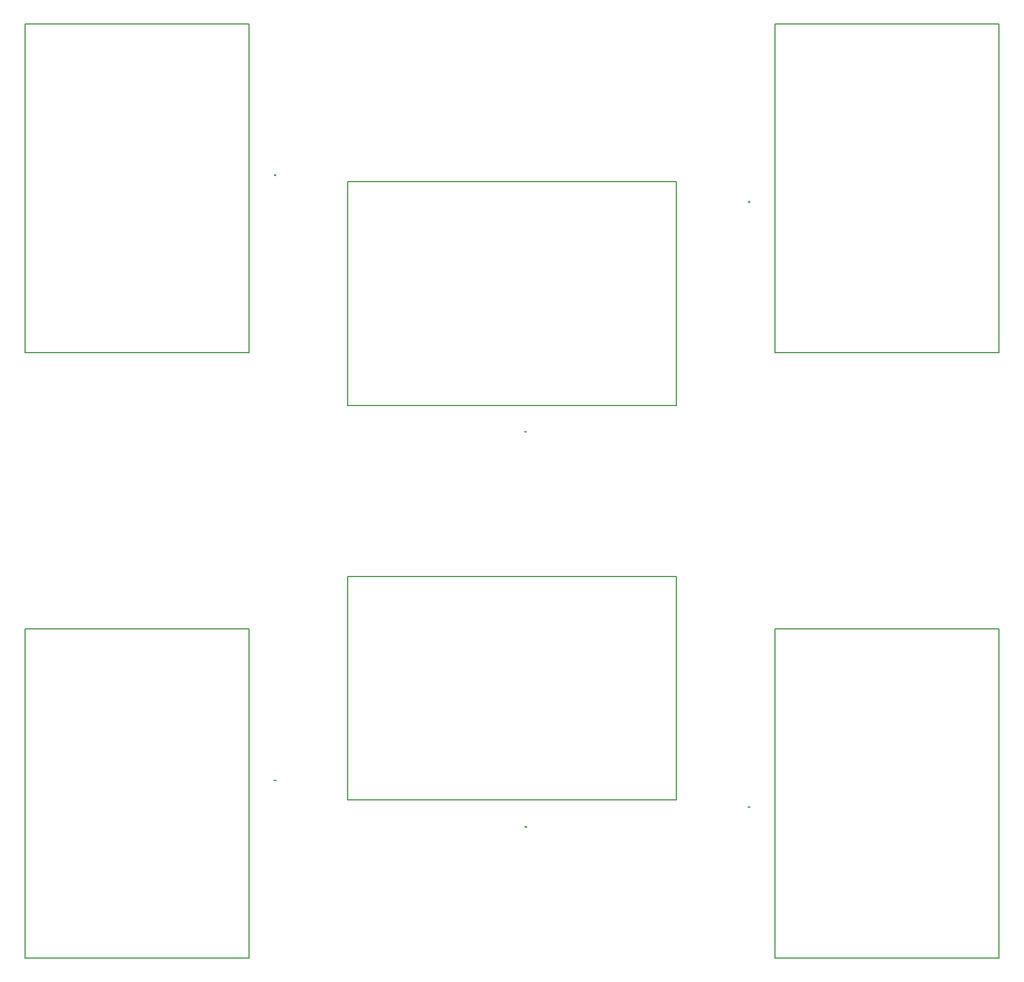
<source format=gbo>
G04*
G04 #@! TF.GenerationSoftware,Altium Limited,CircuitStudio,1.5.2 (30)*
G04*
G04 Layer_Color=13948096*
%FSLAX25Y25*%
%MOIN*%
G70*
G01*
G75*
%ADD42C,0.00787*%
%ADD43C,0.00079*%
D42*
X925197Y488189D02*
X1059055D01*
X925197Y685039D02*
X1059055D01*
X925197Y488189D02*
Y685039D01*
X1059055Y488189D02*
Y685039D01*
X476378Y488189D02*
Y685039D01*
X610236Y488189D02*
Y685039D01*
X476378Y488189D02*
X610236D01*
X476378Y685039D02*
X610236D01*
X669291Y716535D02*
X866142D01*
X669291Y582677D02*
X866142D01*
X669291D02*
Y716535D01*
X866142Y582677D02*
Y716535D01*
X1059055Y850394D02*
Y1047244D01*
X925197Y850394D02*
Y1047244D01*
X1059055D01*
X925197Y850394D02*
X1059055D01*
X669291Y952756D02*
X866142D01*
X669291Y818898D02*
X866142D01*
X669291D02*
Y952756D01*
X866142Y818898D02*
Y952756D01*
X476378Y1047244D02*
X610236D01*
X476378Y850394D02*
X610236D01*
Y1047244D01*
X476378Y850394D02*
Y1047244D01*
D43*
X909806Y578890D02*
X910003D01*
X909905D01*
Y578398D01*
X910003Y578300D01*
X910102D01*
X910200Y578398D01*
X909610Y578300D02*
X909413D01*
X909511D01*
Y578890D01*
X909610Y578792D01*
X909118D02*
X909019Y578890D01*
X908823D01*
X908724Y578792D01*
Y578694D01*
X908823Y578595D01*
X908724Y578497D01*
Y578398D01*
X908823Y578300D01*
X909019D01*
X909118Y578398D01*
Y578497D01*
X909019Y578595D01*
X909118Y578694D01*
Y578792D01*
X909019Y578595D02*
X908823D01*
X626306Y594890D02*
X626503D01*
X626405D01*
Y594398D01*
X626503Y594300D01*
X626602D01*
X626700Y594398D01*
X626110Y594300D02*
X625913D01*
X626011D01*
Y594890D01*
X626110Y594792D01*
X625224Y594300D02*
X625618D01*
X625224Y594694D01*
Y594792D01*
X625322Y594890D01*
X625519D01*
X625618Y594792D01*
X776106Y567190D02*
X776303D01*
X776205D01*
Y566698D01*
X776303Y566600D01*
X776402D01*
X776500Y566698D01*
X775910Y566600D02*
X775713D01*
X775811D01*
Y567190D01*
X775910Y567092D01*
X775418Y567190D02*
X775024D01*
Y567092D01*
X775418Y566698D01*
Y566600D01*
X909706Y941090D02*
X909903D01*
X909805D01*
Y940598D01*
X909903Y940500D01*
X910002D01*
X910100Y940598D01*
X909510Y940500D02*
X909313D01*
X909411D01*
Y941090D01*
X909510Y940992D01*
X909018Y940500D02*
X908821D01*
X908919D01*
Y941090D01*
X909018Y940992D01*
X775806Y803490D02*
X776003D01*
X775905D01*
Y802998D01*
X776003Y802900D01*
X776102D01*
X776200Y802998D01*
X775216Y803490D02*
X775413Y803392D01*
X775610Y803195D01*
Y802998D01*
X775511Y802900D01*
X775315D01*
X775216Y802998D01*
Y803097D01*
X775315Y803195D01*
X775610D01*
X626106Y957090D02*
X626303D01*
X626205D01*
Y956598D01*
X626303Y956500D01*
X626402D01*
X626500Y956598D01*
X625516Y957090D02*
X625910D01*
Y956795D01*
X625713Y956894D01*
X625615D01*
X625516Y956795D01*
Y956598D01*
X625615Y956500D01*
X625811D01*
X625910Y956598D01*
M02*

</source>
